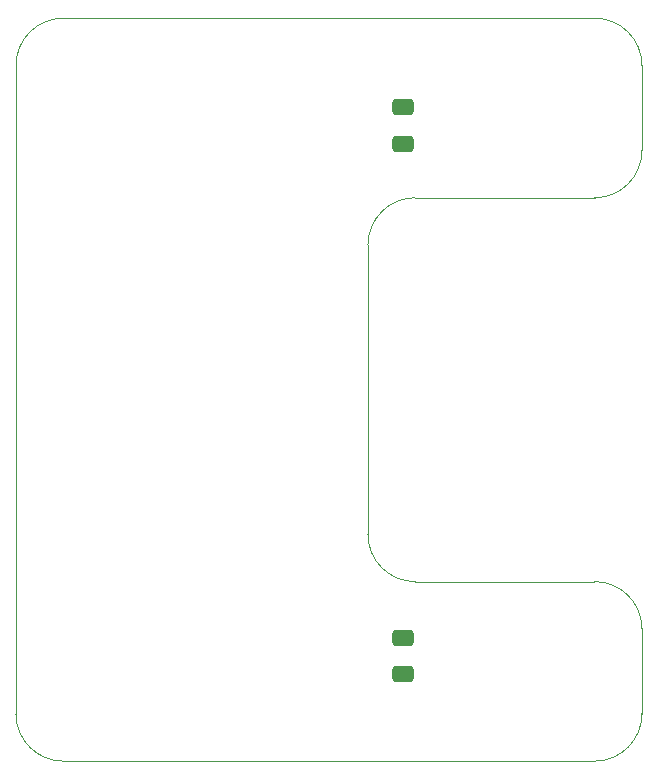
<source format=gtp>
G04 #@! TF.GenerationSoftware,KiCad,Pcbnew,9.0.3*
G04 #@! TF.CreationDate,2025-08-14T23:55:57-06:00*
G04 #@! TF.ProjectId,ProtoboardSourcePCB,50726f74-6f62-46f6-9172-64536f757263,rev?*
G04 #@! TF.SameCoordinates,Original*
G04 #@! TF.FileFunction,Paste,Top*
G04 #@! TF.FilePolarity,Positive*
%FSLAX46Y46*%
G04 Gerber Fmt 4.6, Leading zero omitted, Abs format (unit mm)*
G04 Created by KiCad (PCBNEW 9.0.3) date 2025-08-14 23:55:57*
%MOMM*%
%LPD*%
G01*
G04 APERTURE LIST*
G04 Aperture macros list*
%AMRoundRect*
0 Rectangle with rounded corners*
0 $1 Rounding radius*
0 $2 $3 $4 $5 $6 $7 $8 $9 X,Y pos of 4 corners*
0 Add a 4 corners polygon primitive as box body*
4,1,4,$2,$3,$4,$5,$6,$7,$8,$9,$2,$3,0*
0 Add four circle primitives for the rounded corners*
1,1,$1+$1,$2,$3*
1,1,$1+$1,$4,$5*
1,1,$1+$1,$6,$7*
1,1,$1+$1,$8,$9*
0 Add four rect primitives between the rounded corners*
20,1,$1+$1,$2,$3,$4,$5,0*
20,1,$1+$1,$4,$5,$6,$7,0*
20,1,$1+$1,$6,$7,$8,$9,0*
20,1,$1+$1,$8,$9,$2,$3,0*%
G04 Aperture macros list end*
%ADD10RoundRect,0.250000X0.650000X-0.412500X0.650000X0.412500X-0.650000X0.412500X-0.650000X-0.412500X0*%
%ADD11RoundRect,0.250000X-0.650000X0.412500X-0.650000X-0.412500X0.650000X-0.412500X0.650000X0.412500X0*%
G04 #@! TA.AperFunction,Profile*
%ADD12C,0.050000*%
G04 #@! TD*
G04 APERTURE END LIST*
D10*
X143000000Y-50462500D03*
X143000000Y-47337500D03*
D11*
X143000000Y-92237500D03*
X143000000Y-95362500D03*
D12*
X159200000Y-39800000D02*
G75*
G02*
X163200000Y-43800000I0J-4000000D01*
G01*
X144000000Y-87500000D02*
G75*
G02*
X140000000Y-83500000I0J4000000D01*
G01*
X144000000Y-87500000D02*
X159171573Y-87500000D01*
X163200000Y-51000000D02*
G75*
G02*
X159200000Y-55000000I-4000000J0D01*
G01*
X159171573Y-87500000D02*
G75*
G02*
X163200000Y-91471573I28427J-4000000D01*
G01*
X163200000Y-98671573D02*
G75*
G02*
X159228427Y-102700000I-4000000J-28427D01*
G01*
X110200000Y-43800000D02*
G75*
G02*
X114200000Y-39800000I4000000J0D01*
G01*
X163200000Y-91471575D02*
X163200000Y-98671573D01*
X114228427Y-102699999D02*
X159228427Y-102700000D01*
X144000000Y-55000000D02*
X159200000Y-55000000D01*
X140000000Y-59000000D02*
X140000000Y-83500000D01*
X110200000Y-43800000D02*
X110200000Y-98728427D01*
X114228427Y-102700000D02*
G75*
G02*
X110200000Y-98728427I-28427J4000000D01*
G01*
X163200000Y-43800000D02*
X163200000Y-51000000D01*
X140000000Y-59000000D02*
G75*
G02*
X144000000Y-55000000I4000000J0D01*
G01*
X114200000Y-39800000D02*
X159200000Y-39800000D01*
M02*

</source>
